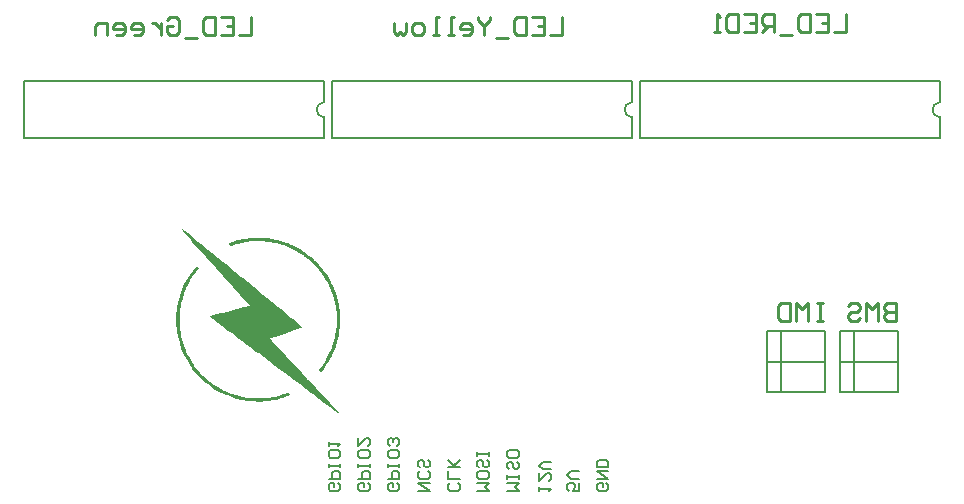
<source format=gbo>
G04*
G04 #@! TF.GenerationSoftware,Altium Limited,Altium Designer,18.1.11 (251)*
G04*
G04 Layer_Color=32896*
%FSLAX25Y25*%
%MOIN*%
G70*
G01*
G75*
%ADD12C,0.00787*%
%ADD14C,0.00591*%
%ADD36C,0.01000*%
G36*
X84750Y103654D02*
X85334D01*
X85742Y103596D01*
X86033Y103538D01*
X86150D01*
X87783Y103304D01*
X88483Y103129D01*
X89124Y103013D01*
X89708Y102838D01*
X90116Y102779D01*
X90349Y102663D01*
X90466D01*
X92040Y102138D01*
X92740Y101905D01*
X93382Y101613D01*
X93907Y101438D01*
X94315Y101263D01*
X94548Y101146D01*
X94665Y101088D01*
X96123Y100330D01*
X96764Y99980D01*
X97347Y99630D01*
X97814Y99280D01*
X98164Y99047D01*
X98456Y98872D01*
X98514Y98814D01*
X99855Y97764D01*
X100438Y97297D01*
X100963Y96831D01*
X101430Y96423D01*
X101780Y96131D01*
X102013Y95898D01*
X102071Y95839D01*
X103238Y94615D01*
X103704Y94031D01*
X104171Y93507D01*
X104521Y93098D01*
X104812Y92690D01*
X104987Y92457D01*
X105046Y92399D01*
X105979Y90940D01*
X106387Y90299D01*
X106737Y89657D01*
X107029Y89133D01*
X107262Y88724D01*
X107378Y88491D01*
X107437Y88374D01*
X108137Y86858D01*
X108428Y86158D01*
X108662Y85458D01*
X108836Y84934D01*
X109011Y84525D01*
X109070Y84234D01*
X109128Y84117D01*
X109536Y82542D01*
X109653Y81784D01*
X109770Y81143D01*
X109886Y80559D01*
X109945Y80151D01*
X110003Y79860D01*
Y79743D01*
X110120Y78110D01*
Y77352D01*
X110120Y76710D01*
Y76127D01*
Y75719D01*
Y75427D01*
Y75311D01*
X110061Y74494D01*
X110003Y73678D01*
X109945Y72920D01*
X109886Y72220D01*
X109770Y71695D01*
X109711Y71228D01*
X109653Y70995D01*
Y70878D01*
X109245Y69362D01*
X109011Y68604D01*
X108836Y68021D01*
X108662Y67437D01*
X108487Y67029D01*
X108428Y66796D01*
X108370Y66679D01*
X107729Y65163D01*
X107378Y64463D01*
X107087Y63880D01*
X106854Y63355D01*
X106620Y62947D01*
X106504Y62714D01*
X106445Y62597D01*
X105571Y61197D01*
X105162Y60614D01*
X104754Y60089D01*
X104404Y59623D01*
X104113Y59273D01*
X103938Y59039D01*
X103879Y58981D01*
X103063Y59681D01*
X103996Y60906D01*
X104404Y61489D01*
X104813Y62072D01*
X105104Y62480D01*
X105337Y62889D01*
X105454Y63122D01*
X105512Y63180D01*
X106271Y64580D01*
X106562Y65221D01*
X106854Y65863D01*
X107087Y66329D01*
X107204Y66738D01*
X107320Y66971D01*
X107378Y67088D01*
X107903Y68546D01*
X108078Y69245D01*
X108253Y69887D01*
X108370Y70412D01*
X108487Y70820D01*
X108545Y71053D01*
Y71170D01*
X108778Y72686D01*
X108895Y73386D01*
X109011Y74028D01*
X109070Y74553D01*
Y74961D01*
X109128Y75194D01*
Y75311D01*
Y76885D01*
X109070Y77585D01*
Y78227D01*
X109011Y78810D01*
Y79218D01*
X108953Y79451D01*
Y79568D01*
X108720Y81143D01*
X108545Y81843D01*
X108428Y82484D01*
X108253Y83067D01*
X108195Y83476D01*
X108078Y83709D01*
Y83825D01*
X107554Y85342D01*
X107262Y86042D01*
X107029Y86683D01*
X106795Y87150D01*
X106620Y87558D01*
X106504Y87849D01*
X106445Y87908D01*
X105687Y89366D01*
X105279Y90007D01*
X104929Y90591D01*
X104638Y91057D01*
X104404Y91465D01*
X104229Y91699D01*
X104171Y91757D01*
X103121Y93040D01*
X102655Y93623D01*
X102188Y94090D01*
X101838Y94498D01*
X101547Y94790D01*
X101313Y95023D01*
X101255Y95081D01*
X100089Y96189D01*
X99505Y96714D01*
X98980Y97122D01*
X98572Y97472D01*
X98222Y97764D01*
X97989Y97939D01*
X97931Y97997D01*
X96589Y98814D01*
X95948Y99164D01*
X95365Y99455D01*
X94898Y99689D01*
X94548Y99863D01*
X94257Y99980D01*
X94198Y100038D01*
X92740Y100680D01*
X92099Y100971D01*
X91457Y101205D01*
X90932Y101380D01*
X90524Y101496D01*
X90291Y101613D01*
X90174D01*
X88658Y101963D01*
X87958Y102138D01*
X87316Y102255D01*
X86792Y102313D01*
X86383Y102371D01*
X86150Y102429D01*
X86033D01*
X84459Y102604D01*
X83759D01*
X83117Y102663D01*
X81776D01*
X80201Y102546D01*
X79502Y102429D01*
X78860Y102313D01*
X78277Y102254D01*
X77869Y102138D01*
X77635Y102080D01*
X77519D01*
X76002Y101730D01*
X75302Y101496D01*
X74661Y101321D01*
X74194Y101146D01*
X73786Y100971D01*
X73495Y100913D01*
X73436Y100855D01*
X72970Y101905D01*
X74544Y102429D01*
X75244Y102663D01*
X75886Y102838D01*
X76469Y103013D01*
X76877Y103129D01*
X77169Y103188D01*
X77285D01*
X78918Y103479D01*
X79677Y103538D01*
X80318Y103654D01*
X80901D01*
X81309Y103713D01*
X84109Y103713D01*
X84750Y103654D01*
D02*
G37*
G36*
X63172Y93740D02*
X62122Y92457D01*
X61656Y91874D01*
X61306Y91349D01*
X60956Y90882D01*
X60723Y90474D01*
X60606Y90241D01*
X60548Y90182D01*
X59731Y88783D01*
X59381Y88141D01*
X59090Y87558D01*
X58856Y87033D01*
X58681Y86625D01*
X58623Y86392D01*
X58565Y86275D01*
X58040Y84759D01*
X57806Y84059D01*
X57632Y83417D01*
X57457Y82892D01*
X57340Y82484D01*
X57282Y82251D01*
Y82134D01*
X56990Y80559D01*
X56873Y79860D01*
X56815Y79218D01*
X56757Y78693D01*
X56699Y78227D01*
Y77993D01*
Y77877D01*
X56640Y76244D01*
X56699Y75486D01*
Y74844D01*
X56757Y74261D01*
Y73853D01*
X56815Y73561D01*
Y73444D01*
X57048Y71870D01*
X57165Y71170D01*
X57282Y70529D01*
X57457Y69945D01*
X57515Y69537D01*
X57632Y69304D01*
Y69187D01*
X58157Y67612D01*
X58448Y66913D01*
X58681Y66271D01*
X58915Y65746D01*
X59090Y65338D01*
X59206Y65105D01*
X59264Y64988D01*
X59673Y64230D01*
X60023Y63530D01*
X60431Y62888D01*
X60781Y62305D01*
X61072Y61839D01*
X61306Y61431D01*
X61481Y61197D01*
X61539Y61139D01*
X62064Y60439D01*
X62589Y59798D01*
X63055Y59214D01*
X63522Y58689D01*
X63930Y58223D01*
X64222Y57931D01*
X64455Y57698D01*
X64513Y57640D01*
X65738Y56532D01*
X66321Y56065D01*
X66846Y55599D01*
X67313Y55249D01*
X67721Y55015D01*
X67954Y54840D01*
X68012Y54782D01*
X69354Y53907D01*
X69995Y53557D01*
X70579Y53266D01*
X71104Y52974D01*
X71453Y52799D01*
X71687Y52683D01*
X71803Y52624D01*
X73261Y51983D01*
X73961Y51749D01*
X74603Y51574D01*
X75128Y51399D01*
X75536Y51283D01*
X75769Y51166D01*
X75886D01*
X77460Y50758D01*
X78160Y50583D01*
X78802Y50466D01*
X79327Y50408D01*
X79793Y50350D01*
X80027Y50291D01*
X80143D01*
X81718Y50233D01*
X82476Y50175D01*
X83117D01*
X83701Y50233D01*
X84517D01*
X86150Y50350D01*
X86850Y50466D01*
X87491Y50583D01*
X88075Y50641D01*
X88483Y50758D01*
X88716Y50816D01*
X88833D01*
X90349Y51283D01*
X91049Y51516D01*
X91690Y51691D01*
X92215Y51924D01*
X92624Y52099D01*
X92857Y52158D01*
X92974Y52216D01*
X93440Y51225D01*
X91865Y50641D01*
X91166Y50408D01*
X90466Y50175D01*
X89941Y50058D01*
X89474Y49942D01*
X89241Y49825D01*
X89124D01*
X87433Y49533D01*
X86675Y49417D01*
X85975Y49300D01*
X85392Y49242D01*
X84984Y49183D01*
X84575D01*
X84225Y49125D01*
X82884D01*
X81543Y49183D01*
X80901D01*
X80376Y49242D01*
X79910Y49300D01*
X79502D01*
X79268Y49358D01*
X79210D01*
X77869Y49592D01*
X77227Y49708D01*
X76702Y49825D01*
X76236Y49942D01*
X75886Y50058D01*
X75652Y50116D01*
X75594D01*
X74019Y50641D01*
X73320Y50875D01*
X72678Y51166D01*
X72153Y51341D01*
X71745Y51516D01*
X71512Y51633D01*
X71395Y51691D01*
X69879Y52449D01*
X69179Y52799D01*
X68596Y53149D01*
X68071Y53441D01*
X67721Y53674D01*
X67429Y53849D01*
X67371Y53907D01*
X66030Y54957D01*
X65447Y55424D01*
X64863Y55890D01*
X64455Y56298D01*
X64105Y56590D01*
X63872Y56823D01*
X63814Y56882D01*
X62589Y58165D01*
X62064Y58748D01*
X61597Y59273D01*
X61189Y59739D01*
X60897Y60148D01*
X60723Y60381D01*
X60664Y60439D01*
X59731Y61897D01*
X59323Y62597D01*
X58973Y63239D01*
X58681Y63763D01*
X58448Y64172D01*
X58331Y64405D01*
X58273Y64521D01*
X57573Y66096D01*
X57282Y66854D01*
X57048Y67496D01*
X56873Y68079D01*
X56757Y68546D01*
X56640Y68779D01*
Y68896D01*
X56232Y70529D01*
X56057Y71287D01*
X55940Y71928D01*
X55882Y72511D01*
X55824Y72978D01*
X55765Y73211D01*
Y73328D01*
X55590Y75019D01*
Y75777D01*
Y76477D01*
X55590Y77060D01*
Y77527D01*
Y77819D01*
Y77935D01*
X55765Y79568D01*
X55824Y80326D01*
X55940Y80968D01*
X56057Y81551D01*
X56174Y82017D01*
X56232Y82251D01*
Y82367D01*
X56640Y84000D01*
X56873Y84700D01*
X57048Y85342D01*
X57282Y85925D01*
X57398Y86333D01*
X57515Y86567D01*
X57573Y86683D01*
X58215Y88199D01*
X58565Y88899D01*
X58915Y89482D01*
X59206Y90007D01*
X59381Y90357D01*
X59556Y90649D01*
X59614Y90707D01*
X60081Y91465D01*
X60548Y92107D01*
X61014Y92748D01*
X61422Y93273D01*
X61831Y93740D01*
X62122Y94090D01*
X62297Y94323D01*
X62356Y94381D01*
X63172Y93740D01*
D02*
G37*
G36*
X59439Y105287D02*
X61247Y103829D01*
X62939Y102429D01*
X64455Y101205D01*
X65096Y100680D01*
X65738Y100155D01*
X66263Y99747D01*
X66729Y99339D01*
X67079Y99047D01*
X67371Y98814D01*
X67546Y98697D01*
X67604Y98639D01*
X69471Y97122D01*
X71278Y95606D01*
X72970Y94265D01*
X74486Y92982D01*
X75128Y92457D01*
X75769Y91932D01*
X76294Y91524D01*
X76761Y91115D01*
X77110Y90824D01*
X77402Y90591D01*
X77577Y90474D01*
X77635Y90416D01*
X79502Y88899D01*
X81309Y87441D01*
X83001Y86042D01*
X83817Y85400D01*
X84517Y84817D01*
X85217Y84234D01*
X85800Y83767D01*
X86325Y83301D01*
X86792Y82951D01*
X87142Y82659D01*
X87433Y82426D01*
X87608Y82309D01*
X87666Y82251D01*
X89591Y80734D01*
X91399Y79218D01*
X93148Y77819D01*
X93907Y77119D01*
X94665Y76535D01*
X95365Y75952D01*
X95948Y75486D01*
X96473Y75019D01*
X96939Y74611D01*
X97289Y74319D01*
X97581Y74086D01*
X97756Y73969D01*
X97814Y73911D01*
X96764Y73561D01*
X95831Y73211D01*
X94898Y72920D01*
X94082Y72628D01*
X93382Y72395D01*
X92857Y72220D01*
X92507Y72103D01*
X92390Y72045D01*
X91341Y71695D01*
X90349Y71403D01*
X89474Y71112D01*
X88599Y70820D01*
X87900Y70587D01*
X87375Y70412D01*
X87025Y70295D01*
X86967Y70237D01*
X86908D01*
X87550Y69420D01*
X88133Y68779D01*
X88308Y68487D01*
X88483Y68312D01*
X88599Y68196D01*
X88658Y68137D01*
X89299Y67437D01*
X89882Y66854D01*
X90116Y66621D01*
X90291Y66446D01*
X90407Y66329D01*
X90466Y66271D01*
X92157Y64463D01*
X92915Y63647D01*
X93615Y62889D01*
X94198Y62247D01*
X94665Y61722D01*
X94956Y61431D01*
X95073Y61372D01*
Y61314D01*
X96764Y59506D01*
X97522Y58689D01*
X98222Y57931D01*
X98805Y57290D01*
X99272Y56765D01*
X99564Y56473D01*
X99680Y56415D01*
Y56357D01*
X100555Y55424D01*
X101372Y54549D01*
X102130Y53674D01*
X102830Y52916D01*
X103413Y52333D01*
X103879Y51808D01*
X104171Y51516D01*
X104288Y51399D01*
X105979Y49592D01*
X106737Y48775D01*
X107437Y48017D01*
X108020Y47434D01*
X108487Y46909D01*
X108778Y46617D01*
X108895Y46501D01*
X109361Y46151D01*
X109536Y46034D01*
X109595Y45976D01*
X109770Y45742D01*
X109828Y45568D01*
Y45393D01*
Y45334D01*
X109770Y45218D01*
X109536D01*
X109361Y45334D01*
X109303Y45393D01*
X109011Y45684D01*
X108778Y45859D01*
X108603Y45917D01*
X108545Y45976D01*
X106679Y47375D01*
X104871Y48775D01*
X103180Y50058D01*
X101663Y51166D01*
X100963Y51691D01*
X100380Y52158D01*
X99855Y52566D01*
X99389Y52916D01*
X99039Y53207D01*
X98747Y53382D01*
X98572Y53499D01*
X98514Y53557D01*
X96648Y54957D01*
X94840Y56298D01*
X93148Y57581D01*
X92332Y58165D01*
X91632Y58748D01*
X90932Y59214D01*
X90349Y59681D01*
X89824Y60089D01*
X89358Y60439D01*
X88949Y60731D01*
X88716Y60906D01*
X88541Y61022D01*
X88483Y61081D01*
X86617Y62539D01*
X84750Y63880D01*
X83059Y65163D01*
X82243Y65805D01*
X81485Y66329D01*
X80843Y66854D01*
X80201Y67321D01*
X79677Y67729D01*
X79210Y68079D01*
X78860Y68371D01*
X78569Y68546D01*
X78394Y68662D01*
X78335Y68721D01*
X76469Y70120D01*
X74661Y71520D01*
X72911Y72803D01*
X72153Y73386D01*
X71395Y73911D01*
X70754Y74436D01*
X70112Y74902D01*
X69587Y75311D01*
X69121Y75661D01*
X68771Y75952D01*
X68479Y76127D01*
X68304Y76244D01*
X68246Y76302D01*
X68012Y76535D01*
X67779Y76710D01*
X67604Y76827D01*
X67546Y76885D01*
X67254Y77119D01*
X66963Y77294D01*
X66729Y77469D01*
X66671Y77527D01*
X67954Y77877D01*
X69121Y78227D01*
X70287Y78518D01*
X71278Y78810D01*
X72153Y78985D01*
X72503Y79102D01*
X72795Y79160D01*
X73028Y79277D01*
X73203D01*
X73320Y79335D01*
X73378D01*
X74603Y79685D01*
X75827Y80035D01*
X76935Y80326D01*
X77927Y80618D01*
X78802Y80793D01*
X79152Y80909D01*
X79443Y80968D01*
X79677Y81084D01*
X79852D01*
X79968Y81143D01*
X80026D01*
X78977Y82309D01*
X77927Y83476D01*
X76935Y84525D01*
X76119Y85517D01*
X75361Y86333D01*
X74778Y86975D01*
X74603Y87208D01*
X74428Y87383D01*
X74369Y87441D01*
X74311Y87500D01*
X73261Y88724D01*
X72212Y89832D01*
X71278Y90940D01*
X70404Y91874D01*
X69704Y92690D01*
X69121Y93332D01*
X68946Y93565D01*
X68771Y93740D01*
X68712Y93798D01*
X68654Y93857D01*
X67604Y95081D01*
X66554Y96189D01*
X65563Y97297D01*
X64747Y98230D01*
X63989Y99047D01*
X63405Y99689D01*
X63230Y99922D01*
X63055Y100097D01*
X62997Y100155D01*
X62939Y100213D01*
X61889Y101380D01*
X60897Y102488D01*
X59964Y103538D01*
X59148Y104471D01*
X58448Y105287D01*
X57865Y105929D01*
X57690Y106162D01*
X57515Y106337D01*
X57457Y106395D01*
X57398Y106454D01*
X57457Y106570D01*
X57515Y106629D01*
Y106745D01*
X57573Y106804D01*
X59439Y105287D01*
D02*
G37*
D12*
X104842Y148917D02*
G03*
X104842Y143917I0J-2500D01*
G01*
X207480Y148917D02*
G03*
X207480Y143917I0J-2500D01*
G01*
X310118Y148917D02*
G03*
X310118Y143917I0J-2500D01*
G01*
X276673Y62205D02*
Y72705D01*
X296004D01*
Y52362D02*
Y72705D01*
X276673Y52362D02*
X296004D01*
X276673D02*
Y62205D01*
X281450Y52862D02*
Y72547D01*
X285669Y62205D02*
X296004D01*
X276673D02*
X287008D01*
X252421D02*
Y72705D01*
X271752D01*
Y52362D02*
Y72705D01*
X252421Y52362D02*
X271752D01*
X252421D02*
Y62205D01*
X257198Y52862D02*
Y72547D01*
X261417Y62205D02*
X271752D01*
X252421D02*
X262756D01*
X104842Y136870D02*
Y143917D01*
Y148917D02*
Y155965D01*
X4843D02*
X104842D01*
X4843Y136870D02*
Y155965D01*
Y136870D02*
X104842D01*
X207480D02*
Y143917D01*
Y148917D02*
Y155965D01*
X107480D02*
X207480D01*
X107480Y136870D02*
Y155965D01*
Y136870D02*
X207480D01*
X310118D02*
Y143917D01*
Y148917D02*
Y155965D01*
X210118D02*
X310118D01*
X210118Y136870D02*
Y155965D01*
Y136870D02*
X310118D01*
D14*
X198949Y21915D02*
X199605Y21259D01*
Y19947D01*
X198949Y19291D01*
X196325D01*
X195669Y19947D01*
Y21259D01*
X196325Y21915D01*
X197637D01*
Y20603D01*
X195669Y23227D02*
X199605D01*
X195669Y25851D01*
X199605D01*
Y27163D02*
X195669D01*
Y29131D01*
X196325Y29787D01*
X198949D01*
X199605Y29131D01*
Y27163D01*
X189762Y21915D02*
Y19291D01*
X187795D01*
X188451Y20603D01*
Y21259D01*
X187795Y21915D01*
X186483D01*
X185827Y21259D01*
Y19947D01*
X186483Y19291D01*
X189762Y23227D02*
X187139D01*
X185827Y24539D01*
X187139Y25851D01*
X189762D01*
X176378Y19291D02*
Y20603D01*
Y19947D01*
X180314D01*
X179658Y19291D01*
X176378Y25195D02*
Y22571D01*
X179002Y25195D01*
X179658D01*
X180314Y24539D01*
Y23227D01*
X179658Y22571D01*
X180314Y26507D02*
X177690D01*
X176378Y27819D01*
X177690Y29131D01*
X180314D01*
X165748Y19291D02*
X169684D01*
X168372Y20603D01*
X169684Y21915D01*
X165748D01*
X169684Y23227D02*
Y24539D01*
Y23883D01*
X165748D01*
Y23227D01*
Y24539D01*
X169028Y29131D02*
X169684Y28475D01*
Y27163D01*
X169028Y26507D01*
X168372D01*
X167716Y27163D01*
Y28475D01*
X167060Y29131D01*
X166404D01*
X165748Y28475D01*
Y27163D01*
X166404Y26507D01*
X169684Y32410D02*
Y31099D01*
X169028Y30443D01*
X166404D01*
X165748Y31099D01*
Y32410D01*
X166404Y33066D01*
X169028D01*
X169684Y32410D01*
X155905Y19291D02*
X159841D01*
X158529Y20603D01*
X159841Y21915D01*
X155905D01*
X159841Y25195D02*
Y23883D01*
X159185Y23227D01*
X156562D01*
X155905Y23883D01*
Y25195D01*
X156562Y25851D01*
X159185D01*
X159841Y25195D01*
X159185Y29787D02*
X159841Y29131D01*
Y27819D01*
X159185Y27163D01*
X158529D01*
X157873Y27819D01*
Y29131D01*
X157217Y29787D01*
X156562D01*
X155905Y29131D01*
Y27819D01*
X156562Y27163D01*
X159841Y31099D02*
Y32410D01*
Y31754D01*
X155905D01*
Y31099D01*
Y32410D01*
X149343Y21915D02*
X149999Y21259D01*
Y19947D01*
X149343Y19291D01*
X146719D01*
X146063Y19947D01*
Y21259D01*
X146719Y21915D01*
X149999Y23227D02*
X146063D01*
Y25851D01*
X149999Y27163D02*
X146063D01*
X147375D01*
X149999Y29787D01*
X148031Y27819D01*
X146063Y29787D01*
X136221Y19291D02*
X140156D01*
X136221Y21915D01*
X140156D01*
X139500Y25851D02*
X140156Y25195D01*
Y23883D01*
X139500Y23227D01*
X136876D01*
X136221Y23883D01*
Y25195D01*
X136876Y25851D01*
X139500Y29787D02*
X140156Y29131D01*
Y27819D01*
X139500Y27163D01*
X138844D01*
X138188Y27819D01*
Y29131D01*
X137532Y29787D01*
X136876D01*
X136221Y29131D01*
Y27819D01*
X136876Y27163D01*
X129264Y21915D02*
X129920Y21259D01*
Y19947D01*
X129264Y19291D01*
X126640D01*
X125984Y19947D01*
Y21259D01*
X126640Y21915D01*
X127952D01*
Y20603D01*
X125984Y23227D02*
X129920D01*
Y25195D01*
X129264Y25851D01*
X127952D01*
X127296Y25195D01*
Y23227D01*
X129920Y27163D02*
Y28475D01*
Y27819D01*
X125984D01*
Y27163D01*
Y28475D01*
X129920Y32410D02*
Y31099D01*
X129264Y30443D01*
X126640D01*
X125984Y31099D01*
Y32410D01*
X126640Y33066D01*
X129264D01*
X129920Y32410D01*
X129264Y34378D02*
X129920Y35034D01*
Y36346D01*
X129264Y37002D01*
X128608D01*
X127952Y36346D01*
Y35690D01*
Y36346D01*
X127296Y37002D01*
X126640D01*
X125984Y36346D01*
Y35034D01*
X126640Y34378D01*
X119422Y21915D02*
X120078Y21259D01*
Y19947D01*
X119422Y19291D01*
X116798D01*
X116142Y19947D01*
Y21259D01*
X116798Y21915D01*
X118110D01*
Y20603D01*
X116142Y23227D02*
X120078D01*
Y25195D01*
X119422Y25851D01*
X118110D01*
X117454Y25195D01*
Y23227D01*
X120078Y27163D02*
Y28475D01*
Y27819D01*
X116142D01*
Y27163D01*
Y28475D01*
X120078Y32410D02*
Y31099D01*
X119422Y30443D01*
X116798D01*
X116142Y31099D01*
Y32410D01*
X116798Y33066D01*
X119422D01*
X120078Y32410D01*
X116142Y37002D02*
Y34378D01*
X118766Y37002D01*
X119422D01*
X120078Y36346D01*
Y35034D01*
X119422Y34378D01*
X109579Y21915D02*
X110235Y21259D01*
Y19947D01*
X109579Y19291D01*
X106955D01*
X106299Y19947D01*
Y21259D01*
X106955Y21915D01*
X108267D01*
Y20603D01*
X106299Y23227D02*
X110235D01*
Y25195D01*
X109579Y25851D01*
X108267D01*
X107611Y25195D01*
Y23227D01*
X110235Y27163D02*
Y28475D01*
Y27819D01*
X106299D01*
Y27163D01*
Y28475D01*
X110235Y32410D02*
Y31099D01*
X109579Y30443D01*
X106955D01*
X106299Y31099D01*
Y32410D01*
X106955Y33066D01*
X109579D01*
X110235Y32410D01*
X106299Y34378D02*
Y35690D01*
Y35034D01*
X110235D01*
X109579Y34378D01*
D36*
X271158Y82051D02*
X269158D01*
X270158D01*
Y76053D01*
X271158D01*
X269158D01*
X266159D02*
Y82051D01*
X264160Y80051D01*
X262160Y82051D01*
Y76053D01*
X260161Y82051D02*
Y76053D01*
X257162D01*
X256162Y77052D01*
Y81051D01*
X257162Y82051D01*
X260161D01*
X295377Y82052D02*
Y76054D01*
X292378D01*
X291378Y77054D01*
Y78054D01*
X292378Y79053D01*
X295377D01*
X292378D01*
X291378Y80053D01*
Y81053D01*
X292378Y82052D01*
X295377D01*
X289379Y76054D02*
Y82052D01*
X287380Y80053D01*
X285380Y82052D01*
Y76054D01*
X279382Y81053D02*
X280382Y82052D01*
X282381D01*
X283381Y81053D01*
Y80053D01*
X282381Y79053D01*
X280382D01*
X279382Y78054D01*
Y77054D01*
X280382Y76054D01*
X282381D01*
X283381Y77054D01*
X278740Y178439D02*
Y172441D01*
X274741D01*
X268743Y178439D02*
X272742D01*
Y172441D01*
X268743D01*
X272742Y175440D02*
X270743D01*
X266744Y178439D02*
Y172441D01*
X263745D01*
X262745Y173441D01*
Y177439D01*
X263745Y178439D01*
X266744D01*
X260746Y171441D02*
X256747D01*
X254748Y172441D02*
Y178439D01*
X251749D01*
X250749Y177439D01*
Y175440D01*
X251749Y174440D01*
X254748D01*
X252749D02*
X250749Y172441D01*
X244751Y178439D02*
X248750D01*
Y172441D01*
X244751D01*
X248750Y175440D02*
X246750D01*
X242752Y178439D02*
Y172441D01*
X239753D01*
X238753Y173441D01*
Y177439D01*
X239753Y178439D01*
X242752D01*
X236754Y172441D02*
X234754D01*
X235754D01*
Y178439D01*
X236754Y177439D01*
X184188Y177179D02*
Y171181D01*
X180189D01*
X174191Y177179D02*
X178190D01*
Y171181D01*
X174191D01*
X178190Y174180D02*
X176190D01*
X172192Y177179D02*
Y171181D01*
X169193D01*
X168193Y172181D01*
Y176180D01*
X169193Y177179D01*
X172192D01*
X166194Y170181D02*
X162195D01*
X160196Y177179D02*
Y176180D01*
X158196Y174180D01*
X156197Y176180D01*
Y177179D01*
X158196Y174180D02*
Y171181D01*
X151198D02*
X153198D01*
X154198Y172181D01*
Y174180D01*
X153198Y175180D01*
X151198D01*
X150199Y174180D01*
Y173180D01*
X154198D01*
X148199Y171181D02*
X146200D01*
X147200D01*
Y177179D01*
X148199D01*
X143201Y171181D02*
X141202D01*
X142201D01*
Y177179D01*
X143201D01*
X137203Y171181D02*
X135204D01*
X134204Y172181D01*
Y174180D01*
X135204Y175180D01*
X137203D01*
X138203Y174180D01*
Y172181D01*
X137203Y171181D01*
X132205Y175180D02*
Y172181D01*
X131205Y171181D01*
X130205Y172181D01*
X129206Y171181D01*
X128206Y172181D01*
Y175180D01*
X80343Y177179D02*
Y171181D01*
X76344D01*
X70346Y177179D02*
X74344D01*
Y171181D01*
X70346D01*
X74344Y174180D02*
X72345D01*
X68346Y177179D02*
Y171181D01*
X65347D01*
X64348Y172181D01*
Y176180D01*
X65347Y177179D01*
X68346D01*
X62348Y170181D02*
X58350D01*
X52352Y176180D02*
X53351Y177179D01*
X55351D01*
X56350Y176180D01*
Y172181D01*
X55351Y171181D01*
X53351D01*
X52352Y172181D01*
Y174180D01*
X54351D01*
X50352Y175180D02*
Y171181D01*
Y173180D01*
X49352Y174180D01*
X48353Y175180D01*
X47353D01*
X41355Y171181D02*
X43354D01*
X44354Y172181D01*
Y174180D01*
X43354Y175180D01*
X41355D01*
X40355Y174180D01*
Y173180D01*
X44354D01*
X35357Y171181D02*
X37356D01*
X38356Y172181D01*
Y174180D01*
X37356Y175180D01*
X35357D01*
X34357Y174180D01*
Y173180D01*
X38356D01*
X32358Y171181D02*
Y175180D01*
X29359D01*
X28359Y174180D01*
Y171181D01*
M02*

</source>
